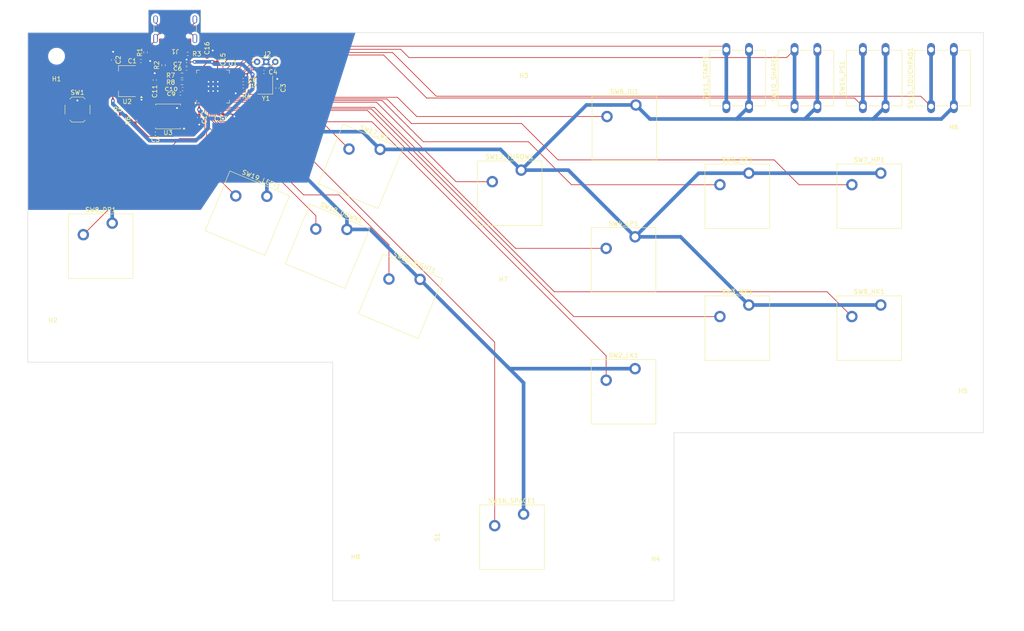
<source format=kicad_pcb>
(kicad_pcb (version 20240108) (generator "pcbnew") (generator_version "8.0")
  (layers (0 "F.Cu" signal) (31 "B.Cu" signal) (34 "B.Paste" user) (35 "F.Paste" user) (36 "B.SilkS" user "B.Silkscreen") (37 "F.SilkS" user "F.Silkscreen") (38 "B.Mask" user) (39 "F.Mask" user) (44 "Edge.Cuts" user))
  (net 0 "")
  (net 1 "VBUS")
  (net 2 "GND")
  (net 3 "+3.3V")
  (net 4 "Net-(C4-Pad2)")
  (net 5 "Net-(J1-SHIELD)")
  (net 6 "Net-(J1-CC2)")
  (net 7 "Net-(J1-CC1)")
  (net 8 "B1")
  (net 15 "+1V1")
  (net 16 "Net-(R5-Pad1)")
  (net 17 "Net-(U1-USB_DM)")
  (net 18 "Net-(U1-USB_DP)")
  (net 19 "/Main/XIN")
  (net 20 "/Main/XOUT")
  (net 21 "/Main/QSPI_SS")
  (net 22 "/Main/D-")
  (net 23 "/Main/D+")
  (net 24 "B2")
  (net 25 "DOWN")
  (net 26 "RIGHT")
  (net 27 "LEFT")
  (net 28 "B3")
  (net 29 "B4")
  (net 30 "L1")
  (net 31 "L2")
  (net 32 "R1")
  (net 33 "R2")
  (net 34 "S1")
  (net 35 "S2")
  (net 36 "/Main/SWCLK")
  (net 37 "/Main/SWDIO")
  (net 38 "L3")
  (net 39 "A1")
  (net 40 "A2")
  (net 41 "SPACE")
  (net 42 "/Main/QSPI_SD3")
  (net 43 "/Main/QSPI_SCLK")
  (net 44 "/Main/QSPI_SD0")
  (net 45 "/Main/QSPI_SD2")
  (net 46 "/Main/QSPI_SD1")
  (net 47 "W")
  (footprint "Capacitor_SMD:C_0402_1005Metric" (layer "F.Cu") (at 68.841 31.252)
    (property "Reference" "C1")
    (property "Value" "10u")
  )
  (footprint "PCM_Switch_Keyboard_Cherry_MX:SW_Cherry_MX_PCB" (layer "F.Cu") (at 228.903943 90)
    (property "Reference" "SW9_HK1")
    (property "Value" "SW_Push")
  )
  (footprint "" (layer "F.Cu") (at 83.7 36.84)
    (property "Reference" "")
    (property "Value" "")
  )
  (footprint "Crystal:Crystal_SMD_3225-4Pin_3.2x2.5mm" (layer "F.Cu") (at 96.146 36.53 90)
    (property "Reference" "Y1")
    (property "Value" "12 mhz crystal")
  )
  (footprint "Capacitor_SMD:C_0402_1005Metric" (layer "F.Cu") (at 77.49875 38.43 180)
    (property "Reference" "C9")
    (property "Value" "100n")
  )
  (footprint "" (layer "F.Cu") (at 85.732 36.84)
    (property "Reference" "")
    (property "Value" "")
  )
  (footprint "Capacitor_SMD:C_0402_1005Metric" (layer "F.Cu") (at 78.88 31.93 180)
    (property "Reference" "C7")
    (property "Value" "1u")
  )
  (footprint "Button_Switch_THT:SW_SPST_Omron_B3F-40xx" (layer "F.Cu") (at 197.5 41.25 90)
    (property "Reference" "SW11_START1")
    (property "Value" "SW_Push")
  )
  (footprint "Capacitor_SMD:C_0402_1005Metric" (layer "F.Cu") (at 91.32 35.43)
    (property "Reference" "C8")
    (property "Value" "100n")
  )
  (footprint "Button_Switch_SMD:SW_SPST_TL3342" (layer "F.Cu") (at 54.905 41.93)
    (property "Reference" "SW1")
    (property "Value" "Memory Reset")
  )
  (footprint "MountingHole:MountingHole_3.2mm_M3" (layer "F.Cu") (at 247.5 50)
    (property "Reference" "H6")
    (property "Value" "MountingHole")
  )
  (footprint "" (layer "F.Cu") (at 85.732 35.824)
    (property "Reference" "")
    (property "Value" "")
  )
  (footprint "" (layer "F.Cu") (at 85.732 37.856)
    (property "Reference" "")
    (property "Value" "")
  )
  (footprint "Resistor_SMD:R_0402_1005Metric" (layer "F.Cu") (at 92.08 37.856 180)
    (property "Reference" "R4")
    (property "Value" "1K")
  )
  (footprint "Capacitor_SMD:C_0402_1005Metric" (layer "F.Cu") (at 85.63 30.91 90)
    (property "Reference" "C15")
    (property "Value" "100n")
  )
  (footprint "Resistor_SMD:R_0402_1005Metric" (layer "F.Cu") (at 63.761 42.936)
    (property "Reference" "R5")
    (property "Value" "1K")
  )
  (footprint "Resistor_SMD:R_0402_1005Metric" (layer "F.Cu") (at 73.822 32.178 -90)
    (property "Reference" "R2")
    (property "Value" "5.1K")
  )
  (footprint "PCM_Switch_Keyboard_Cherry_MX:SW_Cherry_MX_PCB_1.00u" (layer "F.Cu") (at 125.903943 83 -22.5)
    (property "Reference" "SW20_RIGHT1")
    (property "Value" "SW_Push")
  )
  (footprint "PCM_Switch_Keyboard_Cherry_MX:SW_Cherry_MX_PCB_1.00u" (layer "F.Cu") (at 109.834772 72.014362 -22.5)
    (property "Reference" "SW18_DOWN1")
    (property "Value" "SW_Push")
  )
  (footprint "MountingHole:MountingHole_3.2mm_M3" (layer "F.Cu") (at 182 145)
    (property "Reference" "H4")
    (property "Value" "MountingHole")
  )
  (footprint "Package_TO_SOT_SMD:SOT-223-3_TabPin2" (layer "F.Cu") (at 65.822 35.678 180)
    (property "Reference" "U2")
    (property "Value" "AMS1117-3.3_SOT223")
  )
  (footprint "Leverless_Controller_Library:Debug_Points" (layer "F.Cu") (at 97.68 31.43 180)
    (property "Reference" "J2")
    (property "Value" "Conn_01x03_Socket")
  )
  (footprint "PCM_Switch_Keyboard_Cherry_MX:SW_Cherry_MX_PCB_1.00u" (layer "F.Cu") (at 117.124891 54.414457 -22.5)
    (property "Reference" "SW17_W1")
    (property "Value" "SW_Push")
  )
  (footprint "Capacitor_SMD:C_0402_1005Metric" (layer "F.Cu") (at 83.38 30.93 90)
    (property "Reference" "C16")
    (property "Value" "100n")
  )
  (footprint "PCM_Switch_Keyboard_Cherry_MX:SW_Cherry_MX_PCB" (layer "F.Cu") (at 199.903943 90)
    (property "Reference" "SW3_MK1")
    (property "Value" "SW_Push")
  )
  (footprint "MountingHole:MountingHole_3.2mm_M3" (layer "F.Cu") (at 50.3 30.2)
    (property "Reference" "H1")
    (property "Value" "MountingHole")
  )
  (footprint "Capacitor_SMD:C_0402_1005Metric" (layer "F.Cu") (at 77.99875 37.43 180)
    (property "Reference" "C10")
    (property "Value" "100n")
  )
  (footprint "Capacitor_SMD:C_0402_1005Metric" (layer "F.Cu") (at 62.745 30.998 90)
    (property "Reference" "C2")
    (property "Value" "10u")
  )
  (footprint "Capacitor_SMD:C_0402_1005Metric" (layer "F.Cu") (at 78.88 32.93 180)
    (property "Reference" "C6")
    (property "Value" "1u")
  )
  (footprint "Capacitor_SMD:C_0402_1005Metric" (layer "F.Cu") (at 81.63 43.68 -90)
    (property "Reference" "C12")
    (property "Value" "100n")
  )
  (footprint "MountingHole:MountingHole_3.2mm_M3" (layer "F.Cu") (at 49.5 92.5)
    (property "Reference" "H2")
    (property "Value" "MountingHole")
  )
  (footprint "PCM_Switch_Keyboard_Cherry_MX:SW_Cherry_MX_PCB" (layer "F.Cu") (at 174.903943 104)
    (property "Reference" "SW2_LK1")
    (property "Value" "SW_Push")
  )
  (footprint "PCM_Switch_Keyboard_Cherry_MX:SW_Cherry_MX_PCB" (layer "F.Cu") (at 60 71.991696)
    (property "Reference" "SW8_DP1")
    (property "Value" "SW_Push")
  )
  (footprint "PCM_Switch_Keyboard_Cherry_MX:SW_Cherry_MX_PCB" (layer "F.Cu") (at 149.88 60.33)
    (property "Reference" "SW12_THROW1")
    (property "Value" "SW_Push")
  )
  (footprint "Capacitor_SMD:C_0402_1005Metric" (layer "F.Cu") (at 98.852 37.208 -90)
    (property "Reference" "C3")
    (property "Value" "15p")
  )
  (footprint "" (layer "F.Cu") (at 84.716 37.856)
    (property "Reference" "")
    (property "Value" "")
  )
  (footprint "Resistor_SMD:R_0603_1608Metric" (layer "F.Cu") (at 77.88 34.43)
    (property "Reference" "R7")
    (property "Value" "27")
  )
  (footprint "" (layer "F.Cu") (at 84.716 35.824)
    (property "Reference" "")
    (property "Value" "")
  )
  (footprint "MountingHole:MountingHole_3.2mm_M3" (layer "F.Cu") (at 148.5 34.5)
    (property "Reference" "H3")
    (property "Value" "MountingHole")
  )
  (footprint "Resistor_SMD:R_0402_1005Metric_Pad0.72x0.64mm_HandSolder" (layer "F.Cu") (at 67.571 44.333 -90)
    (property "Reference" "R6")
    (property "Value" "DNF")
  )
  (footprint "" (layer "F.Cu") (at 84.716 36.84)
    (property "Reference" "")
    (property "Value" "")
  )
  (footprint "Capacitor_SMD:C_0402_1005Metric" (layer "F.Cu") (at 72.016 47.254)
    (property "Reference" "C5")
    (property "Value" "100n")
  )
  (footprint "MountingHole:MountingHole_3.2mm_M3" (layer "F.Cu") (at 116 144.5)
    (property "Reference" "H8")
    (property "Value" "MountingHole")
  )
  (footprint "Capacitor_SMD:C_0402_1005Metric" (layer "F.Cu") (at 86.38 42.93)
    (property "Reference" "C13")
    (property "Value" "100n")
  )
  (footprint "Package_DFN_QFN:QFN-56-1EP_7x7mm_P0.4mm_EP3.2x3.2mm" (layer "F.Cu") (at 84.678 36.878 90)
    (property "Reference" "U1")
    (property "Value" "RP2040")
  )
  (footprint "Leverless_Controller_Library:USB_C_Receptacle_C6332272" (layer "F.Cu") (at 76.38 23.68 180)
    (property "Reference" "J1")
    (property "Value" "USB_C_Receptacle_USB2.0_14P")
  )
  (footprint "Capacitor_SMD:C_0402_1005Metric" (layer "F.Cu") (at 91.32 36.84)
    (property "Reference" "C14")
    (property "Value" "100n")
  )
  (footprint "PCM_Switch_Keyboard_Cherry_MX:SW_Cherry_MX_PCB" (layer "F.Cu") (at 199.903943 61)
    (property "Reference" "SW5_MP1")
    (property "Value" "SW_Push")
  )
  (footprint "PCM_Switch_Keyboard_Cherry_MX:SW_Cherry_MX_PCB" (layer "F.Cu") (at 175.084257 46.000561)
    (property "Reference" "SW6_DI1")
    (property "Value" "SW_Push")
  )
  (footprint "PCM_Mounting_Keyboard_Stabilizer:Stabilizer_Cherry_MX_2.00u" (layer "F.Cu") (at 150.404094 135.985876)
    (property "Reference" "S1")
    (property "Value" "~")
  )
  (footprint "Resistor_SMD:R_0402_1005Metric" (layer "F.Cu") (at 79.13 29.68)
    (property "Reference" "R3")
    (property "Value" "5.1K")
  )
  (footprint "PCM_Switch_Keyboard_Cherry_MX:SW_Cherry_MX_PCB_1.00u" (layer "F.Cu") (at 92.234867 64.724243 -22.5)
    (property "Reference" "SW19_LEFT1")
    (property "Value" "SW_Push")
  )
  (footprint "Resistor_SMD:R_0603_1608Metric" (layer "F.Cu") (at 77.88 35.93)
    (property "Reference" "R8")
    (property "Value" "27")
  )
  (footprint "PCM_Switch_Keyboard_Cherry_MX:SW_Cherry_MX_PCB" (layer "F.Cu") (at 174.903943 75)
    (property "Reference" "SW4_LP1")
    (property "Value" "SW_Push")
  )
  (footprint "Package_SO:SOIC-8_5.23x5.23mm_P1.27mm" (layer "F.Cu") (at 74.81 43.444 180)
    (property "Reference" "U3")
    (property "Value" "W25Q128JVSIQ")
  )
  (footprint "PCM_Switch_Keyboard_Cherry_MX:SW_Cherry_MX_PCB" (layer "F.Cu") (at 228.903943 61)
    (property "Reference" "SW7_HP1")
    (property "Value" "SW_Push")
  )
  (footprint "MountingHole:MountingHole_3.2mm_M3" (layer "F.Cu") (at 249.5 108)
    (property "Reference" "H5")
    (property "Value" "MountingHole")
  )
  (footprint "PCM_Switch_Keyboard_Cherry_MX:SW_Cherry_MX_PCB" (layer "F.Cu") (at 150.404094 135.985876)
    (property "Reference" "SW16_SPACE1")
    (property "Value" "SW_Push")
  )
  (footprint "MountingHole:MountingHole_3.2mm_M3" (layer "F.Cu") (at 148.5 83.5)
    (property "Reference" "H7")
    (property "Value" "MountingHole")
  )
  (footprint "Button_Switch_THT:SW_SPST_Omron_B3F-40xx" (layer "F.Cu") (at 212.5 41.25 90)
    (property "Reference" "SW10_SHARE1")
    (property "Value" "SW_Push")
  )
  (footprint "" (layer "F.Cu") (at 83.7 37.856)
    (property "Reference" "")
    (property "Value" "")
  )
  (footprint "Capacitor_SMD:C_0402_1005Metric" (layer "F.Cu") (at 71.88 35.43 90)
    (property "Reference" "C11")
    (property "Value" "100n")
  )
  (footprint "" (layer "F.Cu") (at 83.7 35.824)
    (property "Reference" "")
    (property "Value" "")
  )
  (footprint "Capacitor_SMD:C_0402_1005Metric" (layer "F.Cu") (at 95.88 33.68 180)
    (property "Reference" "C4")
    (property "Value" "15p")
  )
  (footprint "Button_Switch_THT:SW_SPST_Omron_B3F-40xx" (layer "F.Cu") (at 242.5 41.25 90)
    (property "Reference" "SW15_TOUCHPAD1")
    (property "Value" "SW_Push")
  )
  (footprint "Resistor_SMD:R_0402_1005Metric" (layer "F.Cu") (at 69.857 29.347 -90)
    (property "Reference" "R1")
    (property "Value" "1M")
  )
  (footprint "Button_Switch_THT:SW_SPST_Omron_B3F-40xx" (layer "F.Cu") (at 227.5 41.25 90)
    (property "Reference" "SW14_PS1")
    (property "Value" "SW_Push")
  )
  (gr_line (start 254 25) (end 254 113) (stroke (width 0.1)) (layer "Edge.Cuts"))
  (gr_line (start 254 113) (end 186 113) (stroke (width 0.1)) (layer "Edge.Cuts"))
  (gr_line (start 44 97.5) (end 111 97.5) (stroke (width 0.1)) (layer "Edge.Cuts"))
  (gr_line (start 111 149.985876) (end 186.000151 149.985876) (stroke (width 0.1)) (layer "Edge.Cuts"))
  (gr_line (start 82 25) (end 82 20) (stroke (width 0.1)) (layer "Edge.Cuts"))
  (gr_line (start 82 20) (end 70.5 20) (stroke (width 0.1)) (layer "Edge.Cuts"))
  (gr_line (start 139.5 25) (end 82 25) (stroke (width 0.1)) (layer "Edge.Cuts"))
  (gr_line (start 70.5 20) (end 70.5 25) (stroke (width 0.1)) (layer "Edge.Cuts"))
  (gr_line (start 186.000151 149.985876) (end 186 113) (stroke (width 0.1)) (layer "Edge.Cuts"))
  (gr_line (start 254 25) (end 139.5 25) (stroke (width 0.1)) (layer "Edge.Cuts"))
  (gr_line (start 111 97.5) (end 111 149.985876) (stroke (width 0.1)) (layer "Edge.Cuts"))
  (gr_line (start 70.5 25) (end 44 25) (stroke (width 0.1)) (layer "Edge.Cuts"))
  (gr_line (start 44 25) (end 44 97.5) (stroke (width 0.1)) (layer "Edge.Cuts"))
  (segment (start 68.361 32.767) (end 68.972 33.378) (width 0.2) (layer "F.Cu") (net 1))
  (segment (start 68.361 31.252) (end 68.361 32.767) (width 0.2) (layer "F.Cu") (net 1))
  (segment (start 78.36241 25.985) (end 78.35375 25.985) (width 0.2) (layer "F.Cu") (net 1))
  (segment (start 73.98 26.39875) (end 73.98 26.86) (width 0.2) (layer "F.Cu") (net 1))
  (segment (start 69.302 33.048) (end 68.972 33.378) (width 0.2) (layer "F.Cu") (net 1))
  (segment (start 70.172 33.378) (end 73.98 29.57) (width 0.2) (layer "F.Cu") (net 1))
  (segment (start 78.78 26.40259) (end 78.36241 25.985) (width 0.2) (layer "F.Cu") (net 1))
  (segment (start 78.78 26.86) (end 78.78 26.40259) (width 0.2) (layer "F.Cu") (net 1))
  (segment (start 68.972 33.378) (end 70.172 33.378) (width 0.2) (layer "F.Cu") (net 1))
  (segment (start 78.35375 25.985) (end 77.89875 25.53) (width 0.2) (layer "F.Cu") (net 1))
  (segment (start 73.98 29.57) (end 73.98 27.4) (width 0.2) (layer "F.Cu") (net 1))
  (segment (start 77.89875 25.53) (end 74.84875 25.53) (width 0.2) (layer "F.Cu") (net 1))
  (segment (start 74.84875 25.53) (end 73.98 26.39875) (width 0.2) (layer "F.Cu") (net 1))
  (segment (start 78.4 31.93) (end 78.4 31.41) (width 0.2) (layer "F.Cu") (net 2))
  (segment (start 79.58 27.4) (end 79.58 29.37) (width 0.2) (layer "F.Cu") (net 2))
  (segment (start 91.8 36.84) (end 92.079999 36.84) (width 0.2) (layer "F.Cu") (net 2))
  (segment (start 81.668 44.198) (end 81.63 44.16) (width 0.2) (layer "F.Cu") (net 2))
  (segment (start 95.296 37.63) (end 95.296 37.53) (width 0.2) (layer "F.Cu") (net 2))
  (segment (start 84.63 28.93) (end 83.38 30.18) (width 0.2) (layer "F.Cu") (net 2))
  (segment (start 68.968 39.761) (end 68.968 37.982) (width 0.2) (layer "F.Cu") (net 2))
  (segment (start 86.86 42.93) (end 88.88 42.93) (width 0.2) (layer "F.Cu") (net 2))
  (segment (start 95.296 37.53) (end 96.996 35.83) (width 0.2) (layer "F.Cu") (net 2))
  (segment (start 70.873 30.873) (end 69.857 29.857) (width 0.2) (layer "F.Cu") (net 2))
  (segment (start 91.8 34.51) (end 91.88 34.43) (width 0.2) (layer "F.Cu") (net 2))
  (segment (start 95.296 37.63) (end 95.296 37.73) (width 0.2) (layer "F.Cu") (net 2))
  (segment (start 71.88 33.93) (end 71.88 34.95) (width 0.2) (layer "F.Cu") (net 2))
  (segment (start 69.02 37.93) (end 68.972 37.978) (width 0.2) (layer "F.Cu") (net 2))
  (segment (start 98.852 35.228) (end 98.813 35.189) (width 0.2) (layer "F.Cu") (net 2))
  (segment (start 68.968 37.982) (end 68.972 37.978) (width 0.2) (layer "F.Cu") (net 2))
  (segment (start 88.1155 37.878) (end 89.183 37.878) (width 0.2) (layer "F.Cu") (net 2))
  (segment (start 79.64 29.68) (end 79.64 30.17) (width 0.2) (layer "F.Cu") (net 2))
  (segment (start 94.007975 33.188) (end 93.122 33.188) (width 0.2) (layer "F.Cu") (net 2))
  (segment (start 76.7785 41.6025) (end 76.842 41.539) (width 0.2) (layer "F.Cu") (net 2))
  (segment (start 85.63 30.43) (end 85.63 29.93) (width 0.2) (layer "F.Cu") (net 2))
  (segment (start 54.88 39.93) (end 55.005 40.055) (width 0.15) (layer "F.Cu") (net 2))
  (segment (start 91.8 35.43) (end 91.8 34.51) (width 0.2) (layer "F.Cu") (net 2))
  (segment (start 97.304 33.68) (end 96.36 33.68) (width 0.2) (layer "F.Cu") (net 2))
  (segment (start 89.183 37.878) (end 89.669 38.364) (width 0.2) (layer "F.Cu") (net 2))
  (segment (start 78.4 31.41) (end 78.88 30.93) (width 0.2) (layer "F.Cu") (net 2))
  (segment (start 75.88 37.43) (end 75.38 37.93) (width 0.2) (layer "F.Cu") (net 2))
  (segment (start 62.905 30.678) (end 62.745 30.518) (width 0.2) (layer "F.Cu") (net 2))
  (segment (start 84.64 36.84) (end 84.678 36.878) (width 0.8) (layer "F.Cu") (net 2))
  (segment (start 79.64 30.17) (end 78.88 30.93) (width 0.2) (layer "F.Cu") (net 2))
  (segment (start 92.079999 36.84) (end 94.38 34.539999) (width 0.2) (layer "F.Cu") (net 2))
  (segment (start 77.51875 37.43) (end 75.88 37.43) (width 0.2) (layer "F.Cu") (net 2))
  (segment (start 70.873 31.252) (end 70.873 30.873) (width 0.2) (layer "F.Cu") (net 2))
  (segment (start 78.4 32.93) (end 78.4 31.93) (width 0.2) (layer "F.Cu") (net 2))
  (segment (start 71.88 33.93) (end 73.122 32.688) (width 0.2) (layer "F.Cu") (net 2))
  (segment (start 62.745 29.22) (end 62.745 30.518) (width 0.2) (layer "F.Cu") (net 2))
  (segment (start 97.237 35.189) (end 96.996 35.43) (width 0.2) (layer "F.Cu") (net 2))
  (segment (start 54.755 40.055) (end 54.88 39.93) (width 0.15) (layer "F.Cu") (net 2))
  (segment (start 75.88 38.43) (end 75.38 37.93) (width 0.2) (layer "F.Cu") (net 2))
  (segment (start 98.852 36.728) (end 98.852 35.228) (width 0.2) (layer "F.Cu") (net 2))
  (segment (start 75.38 37.93) (end 69.02 37.93) (width 0.2) (layer "F.Cu") (net 2))
  (segment (start 88.88 42.93) (end 89.38 43.43) (width 0.2) (layer "F.Cu") (net 2))
  (segment (start 77.01875 38.43) (end 75.88 38.43) (width 0.2) (layer "F.Cu") (net 2))
  (segment (start 96.996 35.83) (end 96.996 35.43) (width 0.2) (layer "F.Cu") (net 2))
  (segment (start 81.668 45.222) (end 81.668 44.198) (width 0.2) (layer "F.Cu") (net 2))
  (segment (start 94.38 33.560025) (end 94.007975 33.188) (width 0.2) (layer "F.Cu") (net 2))
  (segment (start 83.38 30.18) (end 83.38 30.45) (width 0.2) (layer "F.Cu") (net 2))
  (segment (start 51.905 40.055) (end 54.755 40.055) (width 0.15) (layer "F.Cu") (net 2))
  (segment (start 73.18 28.945) (end 73.18 27.4) (width 0.2) (layer "F.Cu") (net 2))
  (segment (start 70.873 31.252) (end 69.321 31.252) (width 0.2) (layer "F.Cu") (net 2))
  (segment (start 98.813 35.189) (end 97.237 35.189) (width 0.2) (layer "F.Cu") (net 2))
  (segment (start 94.38 34.539999) (end 94.38 33.560025) (width 0.2) (layer "F.Cu") (net 2))
  (segment (start 55.005 40.055) (end 57.905 40.055) (width 0.15) (layer "F.Cu") (net 2))
  (segment (start 76.7785 41.6025) (end 72.496 45.885) (width 0.2) (layer "F.Cu") (net 2))
  (segment (start 93.122 33.188) (end 91.88 34.43) (width 0.2) (layer "F.Cu") (net 2))
  (segment (start 70.873 31.252) (end 73.18 28.945) (width 0.2) (layer "F.Cu") (net 2))
  (segment (start 84.716 36.84) (end 84.64 36.84) (width 0.8) (layer "F.Cu") (net 2))
  (segment (start 85.63 29.93) (end 84.63 28.93) (width 0.2) (layer "F.Cu") (net 2))
  (segment (start 72.496 45.885) (end 72.496 47.254) (width 0.2) (layer "F.Cu") (net 2))
  (segment (start 76.842 41.539) (end 78.41 41.539) (width 0.2) (layer "F.Cu") (net 2))
  (segment (start 98.813 35.189) (end 97.304 33.68) (width 0.2) (layer "F.Cu") (net 2))
  (segment (start 79.58 29.37) (end 79.64 29.43) (width 0.2) (layer "F.Cu") (net 2))
  (segment (start 73.122 32.688) (end 73.822 32.688) (width 0.2) (layer "F.Cu") (net 2))
  (segment (start 84.716 36.916) (end 84.716 36.84) (width 0.8) (layer "F.Cu") (net 2))
  (via (at 89.38 43.43) (size 0.8) (drill 0.4) (layers "F.Cu" "B.Cu") (net 2))
  (via (at 84.63 28.93) (size 0.8) (drill 0.4) (layers "F.Cu" "B.Cu") (net 2))
  (via (at 76.7785 41.6025) (size 0.8) (drill 0.4) (layers "F.Cu" "B.Cu") (net 2))
  (via (at 71.88 33.93) (size 0.8) (drill 0.4) (layers "F.Cu" "B.Cu") (net 2))
  (via (at 81.668 45.222) (size 0.8) (drill 0.4) (layers "F.Cu" "B.Cu") (net 2))
  (via (at 70.873 31.252) (size 0.8) (drill 0.4) (layers "F.Cu" "B.Cu") (net 2))
  (via (at 89.669 38.364) (size 0.8) (drill 0.4) (layers "F.Cu" "B.Cu") (net 2))
  (via (at 91.88 34.43) (size 0.8) (drill 0.4) (layers "F.Cu" "B.Cu") (net 2))
  (via (at 62.745 29.22) (size 0.8) (drill 0.4) (layers "F.Cu" "B.Cu") (net 2))
  (via (at 54.88 39.93) (size 0.8) (drill 0.4) (layers "F.Cu" "B.Cu") (net 2))
  (via (at 78.88 30.93) (size 0.8) (drill 0.4) (layers "F.Cu" "B.Cu") (net 2))
  (via (at 68.968 39.761) (size 0.8) (drill 0.4) (layers "F.Cu" "B.Cu") (net 2))
  (via (at 98.813 35.189) (size 0.8) (drill 0.4) (layers "F.Cu" "B.Cu") (net 2))
  (segment (start 149.835922 98.92) (end 149.207961 98.292039) (width 0.8) (layer "B.Cu") (net 2))
  (segment (start 166.749439 40.920561) (end 152.42 55.25) (width 0.8) (layer "B.Cu") (net 2))
  (segment (start 178 98.363943) (end 177.443943 98.92) (width 0.8) (layer "B.Cu") (net 2))
  (segment (start 217.5 28.75) (end 217.5 41.25) (width 0.8) (layer "B.Cu") (net 2))
  (segment (start 152.944094 102.028173) (end 152.944094 130.905876) (width 0.8) (layer "B.Cu") (net 2))
  (segment (start 177.443943 98.92) (end 149.835922 98.92) (width 0.8) (layer "B.Cu") (net 2))
  (segment (start 244.75 44) (end 229.75 44) (width 0.8) (layer "B.Cu") (net 2))
  (segment (start 230.45 43.3) (end 229.75 44) (width 0.8) (layer "B.Cu") (net 2))
  (segment (start 119.208991 68.29307) (end 114.125458 68.29307) (width 0.8) (layer "B.Cu") (net 2))
  (segment (start 114.125458 68.29307) (end 114.125458 65.875458) (width 0.8) (layer "B.Cu") (net 2))
  (segment (start 180.703696 44) (end 177.624257 40.920561) (width 0.8) (layer "B.Cu") (net 2))
  (segment (start 147.863165 50.693165) (end 152.42 55.25) (width 0.8) (layer "B.Cu") (net 2))
  (segment (start 130.194629 79.278708) (end 119.208991 68.29307) (width 0.8) (layer "B.Cu") (net 2))
  (segment (start 62.54 66.911696) (end 62.54 63.21) (width 0.8) (layer "B.Cu") (net 2))
  (segment (start 229.75 44) (end 214.75 44) (width 0.8) (layer "B.Cu") (net 2))
  (segment (start 149.207961 98.292039) (end 152.944094 102.028173) (width 0.8) (layer "B.Cu") (net 2))
  (segment (start 162.773943 55.25) (end 177.443943 69.92) (width 0.8) (layer "B.Cu") (net 2))
  (segment (start 96.525553 54.224447) (end 96.75 54) (width 0.8) (layer "B.Cu") (net 2))
  (segment (start 177.443943 69.92) (end 187.443943 69.92) (width 0.8) (layer "B.Cu") (net 2))
  (segment (start 232.5 28.75) (end 232.5 41.25) (width 0.8) (layer "B.Cu") (net 2))
  (segment (start 202.5 41.25) (end 202.5 28.75) (width 0.8) (layer "B.Cu") (net 2))
  (segment (start 231.443943 55.92) (end 202.443943 55.92) (width 0.8) (layer "B.Cu") (net 2))
  (segment (start 117.522412 46.8) (end 108.2 46.8) (width 0.8) (layer "B.Cu") (net 2))
  (segment (start 231.443943 84.92) (end 202.443943 84.92) (width 0.8) (layer "B.Cu") (net 2))
  (segment (start 114.125458 65.875458) (end 102.25 54) (width 0.8) (layer "B.Cu") (net 2))
  (segment (start 215.45 43.3) (end 214.75 44) (width 0.8) (layer "B.Cu") (net 2))
  (segment (start 202.5 41.25) (end 200.45 43.3) (width 0.8) (layer "B.Cu") (net 2))
  (segment (start 130.194629 79.278708) (end 149.207961 98.292039) (width 0.8) (layer "B.Cu") (net 2))
  (segment (start 177.443943 69.92) (end 178 70.476057) (width 0.8) (layer "B.Cu") (net 2))
  (segment (start 217.5 41.25) (end 215.45 43.3) (width 0.8) (layer "B.Cu") (net 2))
  (segment (start 62.54 63.21) (end 62.75 63) (width 0.8) (layer "B.Cu") (net 2))
  (segment (start 214.75 44) (end 199.75 44) (width 0.8) (layer "B.Cu") (net 2))
  (segment (start 247.5 41.25) (end 244.75 44) (width 0.8) (layer "B.Cu") (net 2))
  (segment (start 191.443943 55.92) (end 177.443943 69.92) (width 0.8) (layer "B.Cu") (net 2))
  (segment (start 121.415577 50.693165) (end 117.522412 46.8) (width 0.8) (layer "B.Cu") (net 2))
  (segment (start 202.443943 55.92) (end 191.443943 55.92) (width 0.8) (layer "B.Cu") (net 2))
  (segment (start 199.75 44) (end 180.703696 44) (width 0.8) (layer "B.Cu") (net 2))
  (segment (start 96.525553 61.002951) (end 96.525553 54.224447) (width 0.8) (layer "B.Cu") (net 2))
  (segment (start 200.45 43.3) (end 199.75 44) (width 0.8) (layer "B.Cu") (net 2))
  (segment (start 177.624257 40.920561) (end 166.749439 40.920561) (width 0.8) (layer "B.Cu") (net 2))
  (segment (start 187.443943 69.92) (end 202.443943 84.92) (width 0.8) (layer "B.Cu") (net 2))
  (segment (start 232.5 41.25) (end 230.45 43.3) (width 0.8) (layer "B.Cu") (net 2))
  (segment (start 152.42 55.25) (end 162.773943 55.25) (width 0.8) (layer "B.Cu") (net 2))
  (segment (start 177.624257 40.920561) (end 177.603696 40.9) (width 0.8) (layer "B.Cu") (net 2))
  (segment (start 121.415577 50.693165) (end 147.863165 50.693165) (width 0.8) (layer "B.Cu") (net 2))
  (segment (start 247.5 28.75) (end 247.5 41.25) (width 0.8) (layer "B.Cu") (net 2))
  (segment (start 81.63 42.968) (end 81.862 43.2) (width 0.2) (layer "F.Cu") (net 3))
  (segment (start 84.52 31.39) (end 85.63 31.39) (width 0.2) (layer "F.Cu") (net 3))
  (segment (start 87.58164 35.078) (end 88.1155 35.078) (width 0.2) (layer "F.Cu") (net 3))
  (segment (start 91.5 36.18) (end 90.84 36.84) (width 0.2) (layer "F.Cu") (net 3))
  (segment (start 62.672 35.678) (end 68.972 35.678) (width 0.8) (layer "F.Cu") (net 3))
  (segment (start 69.09 35.796) (end 68.972 35.678) (width 0.2) (layer "F.Cu") (net 3))
  (segment (start 62.672 40.015) (end 62.672 35.678) (width 0.2) (layer "F.Cu") (net 3))
  (segment (start 86.91164 34.408) (end 87.58164 35.078) (width 0.2) (layer "F.Cu") (net 3))
  (segment (start 62.564 35.57) (end 62.672 35.678) (width 0.2) (layer "F.Cu") (net 3))
  (segment (start 82.078 32.90664) (end 82.078 33.4405) (width 0.2) (layer "F.Cu") (net 3))
  (segment (start 84.48 31.43) (end 84.52 31.39) (width 0.2) (layer "F.Cu") (net 3))
  (segment (start 90.84 36.84) (end 90.678 36.678) (width 0.2) (layer "F.Cu") (net 3))
  (segment (start 80.63 31.43) (end 79.86 31.43) (width 0.2) (layer "F.Cu") (net 3))
  (segment (start 93.38 34.786134) (end 91.986134 36.18) (width 0.2) (layer "F.Cu") (net 3))
  (segment (start 67.571 43.7355) (end 69.1845 45.349) (width 0.2) (layer "F.Cu") (net 3))
  (segment (start 77.86875 36.82) (end 72.79 36.82) (width 0.2) (layer "F.Cu") (net 3))
  (segment (start 81.2405 36.278) (end 80.14 36.278) (width 0.2) (layer "F.Cu") (net 3))
  (segment (start 83.36 31.43) (end 83.36 31.62464) (width 0.2) (layer "F.Cu") (net 3))
  (segment (start 81.63 41.93) (end 81.63 42.968) (width 0.2) (layer "F.Cu") (net 3))
  (segment (start 81.2405 34.678) (end 81.2405 34.278) (width 0.2) (layer "F.Cu") (net 3))
  (segment (start 69.1845 45.349) (end 71.21 45.349) (width 0.2) (layer "F.Cu") (net 3))
  (segment (start 67.571 43.7355) (end 67.571 41.477) (width 0.2) (layer "F.Cu") (net 3))
  (segment (start 85.678 33.4405) (end 85.678 33.97436) (width 0.2) (layer "F.Cu") (net 3))
  (segment (start 69.204 35.91) (end 68.972 35.678) (width 0.3) (layer "F.Cu") (net 3))
  (segment (start 80.14 36.278) (end 79.74 36.678) (width 0.2) (layer "F.Cu") (net 3))
  (segment (start 78.988 37.43) (end 79.74 36.678) (width 0.2) (layer "F.Cu") (net 3))
  (segment (start 69.33 35.678) (end 68.972 35.678) (width 0.2) (layer "F.Cu") (net 3))
  (segment (start 71.536 45.675) (end 71.536 47.254) (width 0.2) (layer "F.Cu") (net 3))
  (segment (start 71.21 45.349) (end 71.536 45.675) (width 0.2) (layer "F.Cu") (net 3))
  (segment (start 93.38 34.18) (end 93.38 34.786134) (width 0.2) (layer "F.Cu") (net 3))
  (segment (start 79.74 36.678) (end 81.2405 36.678) (width 0.2) (layer "F.Cu") (net 3))
  (segment (start 81.2405 34.678) (end 81.2405 33.8105) (width 0.2) (layer "F.Cu") (net 3))
  (segment (start 79.86 31.43) (end 79.36 31.93) (width 0.2) (layer "F.Cu") (net 3))
  (segment (start 81.63 41.93) (end 81.63 40.7635) (width 0.2) (layer "F.Cu") (net 3))
  (segment (start 85.678 31.438) (end 85.678 33.4405) (width 0.2) (layer "F.Cu") (net 3))
  (segment (start 62.672 35.678) (end 62.672 31.551) (width 0.2) (layer "F.Cu") (net 3))
  (segment (start 86.11164 34.408) (end 86.91164 34.408) (width 0.2) (layer "F.Cu") (net 3))
  (segment (start 72.79 36.82) (end 71.88 35.91) (width 0.2) (layer "F.Cu") (net 3))
  (segment (start 62.672 31.551) (end 62.745 31.478) (width 0.2) (layer "F.Cu") (net 3))
  (segment (start 86.88 43.91) (end 85.9 42.93) (width 0.2) (layer "F.Cu") (net 3))
  (segment (start 67.571 41.477) (end 62.672 36.578) (width 0.2) (layer "F.Cu") (net 3))
  (segment (start 86.88 43.93) (end 86.88 43.91) (width 0.2) (layer "F.Cu") (net 3))
  (segment (start 83.36 31.62464) (end 82.078 32.90664) (width 0.2) (layer "F.Cu") (net 3))
  (segment (start 85.678 42.026) (end 85.678 40.3155) (width 0.2) (layer "F.Cu") (net 3))
  (segment (start 78.47875 37.43) (end 77.86875 36.82) (width 0.2) (layer "F.Cu") (net 3))
  (segment (start 91.986134 36.18) (end 91.5 36.18) (width 0.2) (layer "F.Cu") (net 3))
  (segment (start 85.678 33.97436) (end 86.11164 34.408) (width 0.2) (layer "F.Cu") (net 3))
  (segment (start 85.63 31.39) (end 85.678 31.438) (width 0.2) (layer "F.Cu") (net 3))
  (segment (start 78.988 37.43) (end 78.47875 37.43) (width 0.2) (layer "F.Cu") (net 3))
  (segment (start 71.88 35.91) (end 69.204 35.91) (width 0.3) (layer "F.Cu") (net 3))
  (segment (start 81.2405 33.8105) (end 79.36 31.93) (width 0.2) (layer "F.Cu") (net 3))
  (segment (start 85.9 42.93) (end 85.9 42.248) (width 0.2) (layer "F.Cu") (net 3))
  (segment (start 62.672 36.578) (end 62.672 35.678) (width 0.2) (layer "F.Cu") (net 3))
  (segment (start 81.63 40.7635) (end 82.078 40.3155) (width 0.2) (layer "F.Cu") (net 3))
  (segment (start 90.678 36.678) (end 88.1155 36.678) (width 0.2) (layer "F.Cu") (net 3))
  (segment (start 85.9 42.248) (end 85.678 42.026) (width 0.2) (layer "F.Cu") (net 3))
  (segment (start 84.48 31.43) (end 83.36 31.43) (width 0.2) (layer "F.Cu") (net 3))
  (via (at 62.672 40.015) (size 0.8) (drill 0.4) (layers "F.Cu" "B.Cu") (net 3))
  (via (at 84.48 31.43) (size 0.8) (drill 0.4) (layers "F.Cu" "B.Cu") (net 3))
  (via (at 81.63 41.93) (size 0.8) (drill 0.4) (layers "F.Cu" "B.Cu") (net 3))
  (via (at 93.38 34.18) (size 0.8) (drill 0.4) (layers "F.Cu" "B.Cu") (net 3))
  (via (at 80.63 31.43) (size 0.8) (drill 0.4) (layers "F.Cu" "B.Cu") (net 3))
  (via (at 86.88 43.93) (size 0.8) (drill 0.4) (layers "F.Cu" "B.Cu") (net 3))
  (segment (start 93.38 37.43) (end 86.88 43.93) (width 0.8) (layer "B.Cu") (net 3))
  (segment (start 93.38 34.18) (end 93.38 37.43) (width 0.8) (layer "B.Cu") (net 3))
  (segment (start 83.63 46.054) (end 83.63 43.93) (width 0.8) (layer "B.Cu") (net 3))
  (segment (start 84.98 31.93) (end 91.13 31.93) (width 0.8) (layer "B.Cu") (net 3))
  (segment (start 86.88 43.93) (end 83.63 43.93) (width 0.8) (layer "B.Cu") (net 3))
  (segment (start 91.13 31.93) (end 93.38 34.18) (width 0.8) (layer "B.Cu") (net 3))
  (segment (start 80.906 48.778) (end 83.63 46.054) (width 0.8) (layer "B.Cu") (net 3))
  (segment (start 62.672 40.704) (end 70.746 48.778) (width 0.8) (layer "B.Cu") (net 3))
  (segment (start 84.48 31.43) (end 80.63 31.43) (width 0.8) (layer "B.Cu") (net 3))
  (segment (start 83.63 43.93) (end 81.63 41.93) (width 0.8) (layer "B.Cu") (net 3))
  (segment (start 70.746 48.778) (end 80.906 48.778) (width 0.8) (layer "B.Cu") (net 3))
  (segment (start 84.48 31.43) (end 84.98 31.93) (width 0.8) (layer "B.Cu") (net 3))
  (segment (start 62.672 40.015) (end 62.672 40.704) (width 0.8) (layer "B.Cu") (net 3))
  (segment (start 92.87 37.856) (end 92.59 37.856) (width 0.15) (layer "F.Cu") (net 4))
  (segment (start 95.296 35.43) (end 92.87 37.856) (width 0.15) (layer "F.Cu") (net 4))
  (segment (start 95.4 35.326) (end 95.296 35.43) (width 0.15) (layer "F.Cu") (net 4))
  (segment (start 95.4 33.93) (end 95.4 35.326) (width 0.15) (layer "F.Cu") (net 4))
  (segment (start 80.7 26.28) (end 80.7 26.03) (width 0.2) (layer "F.Cu") (net 5))
  (segment (start 72.06 22.83) (end 73.66 24.43) (width 0.2) (layer "F.Cu") (net 5))
  (segment (start 72.06 22.1) (end 72.06 22.83) (width 0.2) (layer "F.Cu") (net 5))
  (segment (start 79.1 24.43) (end 73.66 24.43) (width 0.2) (layer "F.Cu") (net 5))
  (segment (start 72.06 26.03) (end 72.06 26.28) (width 0.2) (layer "F.Cu") (net 5))
  (segment (start 69.857 28.837) (end 69.918 28.837) (width 0.2) (layer "F.Cu") (net 5))
  (segment (start 80.7 22.1) (end 80.7 22.83) (width 0.2) (layer "F.Cu") (net 5))
  (segment (start 69.918 28.837) (end 72.06 26.695) (width 0.2) (layer "F.Cu") (net 5))
  (segment (start 80.7 22.83) (end 79.1 24.43) (width 0.2) (layer "F.Cu") (net 5))
  (segment (start 80.7 26.03) (end 79.1 24.43) (width 0.2) (layer "F.Cu") (net 5))
  (segment (start 73.66 24.43) (end 72.06 26.03) (width 0.2) (layer "F.Cu") (net 5))
  (segment (start 73.822 31.668) (end 74.63 30.86) (width 0.2) (layer "F.Cu") (net 6))
  (segment (start 74.63 30.86) (end 74.63 27.4) (width 0.2) (layer "F.Cu") (net 6))
  (segment (start 78.62 29.68) (end 78.62 29.17) (width 0.15) (layer "F.Cu") (net 7))
  (segment (start 78.62 29.17) (end 77.63 28.18) (width 0.15) (layer "F.Cu") (net 7))
  (segment (start 77.63 28.18) (end 77.63 27.4) (width 0.15) (layer "F.Cu") (net 7))
  (segment (start 85.278 40.3155) (end 85.278 43.724328) (width 0.15) (layer "F.Cu") (net 8))
  (segment (start 171.093943 96.093943) (end 171.093943 101.46) (width 0.15) (layer "F.Cu") (net 8))
  (segment (start 119.605 44.605) (end 171.093943 96.093943) (width 0.15) (layer "F.Cu") (net 8))
  (segment (start 86.158672 44.605) (end 119.605 44.605) (width 0.15) (layer "F.Cu") (net 8))
  (segment (start 85.278 43.724328) (end 86.158672 44.605) (width 0.15) (layer "F.Cu") (net 8))
  (segment (start 81.77436 37.078) (end 81.2405 37.078) (width 0.2) (layer "F.Cu") (net 15))
  (segment (start 81.978 36.87436) (end 81.77436 37.078) (width 0.2) (layer "F.Cu") (net 15))
  (segment (start 79.36 33.73136) (end 79.36 32.93) (width 0.2) (layer "F.Cu") (net 15))
  (segment (start 81.77436 35.078) (end 81.978 35.28164) (width 0.2) (layer "F.Cu") (net 15))
  (segment (start 79.905686 37.078) (end 81.2405 37.078) (width 0.2) (layer "F.Cu") (net 15))
  (segment (start 81.2405 35.078) (end 81.77436 35.078) (width 0.2) (layer "F.Cu") (net 15))
  (segment (start 81.978 35.28164) (end 81.978 36.87436) (width 0.2) (layer "F.Cu") (net 15))
  (segment (start 87.45964 36.278) (end 88.1155 36.278) (width 0.2) (layer "F.Cu") (net 15))
  (segment (start 87.002 35.82036) (end 87.45964 36.278) (width 0.2) (layer "F.Cu") (net 15))
  (segment (start 86.682 34.808) (end 87.002 35.128) (width 0.2) (layer "F.Cu") (net 15))
  (segment (start 78.553686 38.43) (end 77.97875 38.43) (width 0.2) (layer "F.Cu") (net 15))
  (segment (start 89.992 36.278) (end 90.84 35.43) (width 0.2) (layer "F.Cu") (net 15))
  (segment (start 78.553686 38.43) (end 79.905686 37.078) (width 0.2) (layer "F.Cu") (net 15))
  (segment (start 81.2405 35.078) (end 80.70664 35.078) (width 0.2) (layer "F.Cu") (net 15))
  (segment (start 82.43 34.808) (end 86.682 34.808) (width 0.2) (layer "F.Cu") (net 15))
  (segment (start 80.70664 35.078) (end 79.36 33.73136) (width 0.2) (layer "F.Cu") (net 15))
  (segment (start 82.16 35.078) (end 82.43 34.808) (width 0.2) (layer "F.Cu") (net 15))
  (segment (start 88.1155 36.278) (end 89.992 36.278) (width 0.2) (layer "F.Cu") (net 15))
  (segment (start 81.2405 35.078) (end 82.16 35.078) (width 0.2) (layer "F.Cu") (net 15))
  (segment (start 87.002 35.128) (end 87.002 35.82036) (width 0.2) (layer "F.Cu") (net 15))
  (segment (start 63.245 42.93) (end 63.251 42.936) (width 0.15) (layer "F.Cu") (net 16))
  (segment (start 57.905 43.805) (end 51.905 43.805) (width 0.15) (layer "F.Cu") (net 16))
  (segment (start 57.905 43.805) (end 62.382 43.805) (width 0.15) (layer "F.Cu") (net 16))
  (segment (start 62.382 43.805) (end 63.251 42.936) (width 0.15) (layer "F.Cu") (net 16))
  (segment (start 79.8405 35.478) (end 78.7925 34.43) (width 0.2) (layer "F.Cu") (net 17))
  (segment (start 78.7925 34.43) (end 78.705 34.43) (width 0.2) (layer "F.Cu") (net 17))
  (segment (start 81.2405 35.478) (end 79.8405 35.478) (width 0.2) (layer "F.Cu") (net 17))
  (segment (start 81.2405 35.878) (end 78.757 35.878) (width 0.2) (layer "F.Cu") (net 18))
  (segment (start 78.757 35.878) (end 78.705 35.93) (width 0.2) (layer "F.Cu") (net 18))
  (segment (start 97.18 37.63) (end 97.238 37.688) (width 0.15) (layer "F.Cu") (net 19))
  (segment (start 89.937026 37.478) (end 88.1155 37.478) (width 0.15) (layer "F.Cu") (net 19))
  (segment (start 96.996 37.63) (end 96.021 38.605) (width 0.15) (layer "F.Cu") (net 19))
  (segment (start 91.064026 38.605) (end 89.937026 37.478) (width 0.15) (layer "F.Cu") (net 19))
  (segment (start 97.238 37.688) (end 98.852 37.688) (width 0.15) (layer "F.Cu") (net 19))
  (segment (start 96.021 38.605) (end 91.064026 38.605) (width 0.15) (layer "F.Cu") (net 19))
  (segment (start 96.996 37.63) (end 97.18 37.63) (width 0.15) (layer "F.Cu") (net 19))
  (segment (start 90.81 37.856) (end 90.032 37.078) (width 0.15) (layer "F.Cu") (net 20))
  (segment (start 90.032 37.078) (end 88.1155 37.078) (width 0.15) (layer "F.Cu") (net 20))
  (segment (start 91.57 37.856) (end 90.81 37.856) (width 0.15) (layer "F.Cu") (net 20))
  (segment (start 64.271 42.936) (end 65.5765 42.936) (width 0.15) (layer "F.Cu") (net 21))
  (segment (start 65.5765 42.936) (end 67.571 44.9305) (width 0.15) (layer "F.Cu") (net 21))
  (segment (start 70.4795 47.839) (end 75.92 47.839) (width 0.15) (layer "F.Cu") (net 21))
  (segment (start 78.41 45.349) (end 79.209999 45.349) (width 0.15) (layer "F.Cu") (net 21))
  (segment (start 80.652 40.0665) (end 81.2405 39.478) (width 0.15) (layer "F.Cu") (net 21))
  (segment (start 80.652 43.906999) (end 80.652 40.0665) (width 0.15) (layer "F.Cu") (net 21))
  (segment (start 79.209999 45.349) (end 80.652 43.906999) (width 0.15) (layer "F.Cu") (net 21))
  (segment (start 67.571 44.9305) (end 70.4795 47.839) (width 0.15) (layer "F.Cu") (net 21))
  (segment (start 75.92 47.839) (end 78.41 45.349) (width 0.15) (layer "F.Cu") (net 21))
  (segment (start 77.13 26.88) (end 77.13 28.07812) (width 0.2) (layer "F.Cu") (net 22))
  (segment (start 76.77812 28.43) (end 76.13 27.78188) (width 0.2) (layer "F.Cu") (net 22))
  (segment (start 76.13 27.78188) (end 76.13 26.88) (width 0.2) (layer "F.Cu") (net 22))
  (segment (start 77.13 28.07812) (end 76.77812 28.43) (width 0.2) (layer "F.Cu") (net 22))
  (segment (start 77.13 28.78188) (end 76.77812 28.43) (width 0.8) (layer "F.Cu") (net 22))
  (segment (start 77.055 34.43) (end 77.13 34.355) (width 0.8) (layer "F.Cu") (net 22))
  (segment (start 77.13 34.355) (end 77.13 28.78188) (width 0.8) (layer "F.Cu") (net 22))
  (segment (start 76.63 26.25259) (end 76.30741 25.93) (width 0.2) (layer "F.Cu") (net 23))
  (segment (start 75.95259 25.93) (end 75.63 26.25259) (width 0.2) (layer "F.Cu") (net 23))
  (segment (start 75.63 34.68) (end 75.63 28.68) (width 0.8) (layer "F.Cu") (net 23))
  (segment (start 75.63 26.25259) (end 75.63 28.68) (width 0.2) (layer "F.Cu") (net 23))
  (segment (start 76.88 35.93) (end 75.63 34.68) (width 0.8) (layer "F.Cu") (net 23))
  (segment (start 76.30741 25.93) (end 75.95259 25.93) (width 0.2) (layer "F.Cu") (net 23))
  (segment (start 77.055 35.93) (end 76.88 35.93) (width 0.8) (layer "F.Cu") (net 23))
  (segment (start 76.63 26.88) (end 76.63 26.25259) (width 0.2) (layer "F.Cu") (net 23))
  (segment (start 86.58 42.13) (end 118.63 42.13) (width 0.15) (layer "F.Cu") (net 24))
  (segment (start 118.63 42.13) (end 163.96 87.46) (width 0.15) (layer "F.Cu") (net 24))
  (segment (start 86.078 40.3155) (end 86.078 41.628) (width 0.15) (layer "F.Cu") (net 24))
  (segment (start 86.078 41.628) (end 86.58 42.13) (width 0.15) (layer "F.Cu") (net 24))
  (segment (start 163.96 87.46) (end 196.093943 87.46) (width 0.15) (layer "F.Cu") (net 24))
  (segment (start 107.286807 65.281782) (end 107.286807 68.209684) (width 0.15) (layer "F.Cu") (net 25))
  (segment (start 89.935025 47.93) (end 107.286807 65.281782) (width 0.15) (layer "F.Cu") (net 25))
  (segment (start 83.678 40.3155) (end 83.678 45.728) (width 0.15) (layer "F.Cu") (net 25))
  (segment (start 83.678 45.728) (end 85.88 47.93) (width 0.15) (layer "F.Cu") (net 25))
  (segment (start 85.88 47.93) (end 89.935025 47.93) (width 0.15) (layer "F.Cu") (net 25))
  (segment (start 84.078 44.00925) (end 86.49875 46.43) (width 0.15) (layer "F.Cu") (net 26))
  (segment (start 123.355978 71.680978) (end 123.355978 79.195322) (width 0.15) (layer "F.Cu") (net 26))
  (segment (start 104.6 60.7) (end 112.375 60.7) (width 0.15) (layer "F.Cu") (net 26))
  (segment (start 90.33 46.43) (end 104.6 60.7) (width 0.15) (layer "F.Cu") (net 26))
  (segment (start 84.078 40.3155) (end 84.078 44.00925) (width 0.15) (layer "F.Cu") (net 26))
  (segment (start 112.375 60.7) (end 123.355978 71.680978) (width 0.15) (layer "F.Cu") (net 26))
  (segment (start 86.49875 46.43) (end 90.33 46.43) (width 0.15) (layer "F.Cu") (net 26))
  (segment (start 83.278 54.510663) (end 83.278 40.3155) (width 0.15) (layer "F.Cu") (net 27))
  (segment (start 89.686902 60.919565) (end 83.278 54.510663) (width 0.15) (layer "F.Cu") (net 27))
  (segment (start 120 41.43) (end 87.493994 41.43) (width 0.15) (layer "F.Cu") (net 28))
  (segment (start 86.878 40.814006) (end 86.878 40.3155) (width 0.15) (layer "F.Cu") (net 28))
  (segment (start 120.13 41.43) (end 120 41.43) (width 0.15) (layer "F.Cu") (net 28))
  (segment (start 87.493994 41.43) (end 86.878 40.814006) (width 0.15) (layer "F.Cu") (net 28))
  (segment (start 151.16 72.46) (end 171.093943 72.46) (width 0.15) (layer "F.Cu") (net 28))
  (segment (start 120.13 41.43) (end 151.16 72.46) (width 0.15) (layer "F.Cu") (net 28))
  (segment (start 88.5675 39.93) (end 88.1155 39.478) (width 0.15) (layer "F.Cu") (net 29))
  (segment (start 130.9 49) (end 121.83 39.93) (width 0.15) (layer "F.Cu") (net 29))
  (segment (start 121.83 39.93) (end 88.5675 39.93) (width 0.15) (layer "F.Cu") (net 29))
  (segment (start 154 49) (end 130.9 49) (width 0.15) (layer "F.Cu") (net 29))
  (segment (start 196.093943 58.46) (end 163.46 58.46) (width 0.15) (layer "F.Cu") (net 29))
  (segment (start 163.46 58.46) (end 154 49) (width 0.15) (layer "F.Cu") (net 29))
  (segment (start 170.811845 43.460561) (end 171.274257 43.460561) (width 0.2) (layer "F.Cu") (net 30))
  (segment (start 125.23 39.23) (end 89.392 39.23) (width 0.15) (layer "F.Cu") (net 30))
  (segment (start 129.460561 43.460561) (end 125.23 39.23) (width 0.15) (layer "F.Cu") (net 30))
  (segment (start 171.274257 43.460561) (end 129.460561 43.460561) (width 0.15) (layer "F.Cu") (net 30))
  (segment (start 89.392 39.23) (end 88.84 38.678) (width 0.15) (layer "F.Cu") (net 30))
  (segment (start 88.84 38.678) (end 88.1155 38.678) (width 0.15) (layer "F.Cu") (net 30))
  (segment (start 82.04 48.27) (end 82.878 47.432) (width 0.15) (layer "F.Cu") (net 31))
  (segment (start 77.371696 48.27) (end 82.04 48.27) (width 0.15) (layer "F.Cu") (net 31))
  (segment (start 56.19 69.451696) (end 77.371696 48.27) (width 0.15) (layer "F.Cu") (net 31))
  (segment (start 82.878 47.432) (end 82.878 40.3155) (width 0.15) (layer "F.Cu") (net 31))
  (segment (start 88.614006 39.078) (end 88.1155 39.078) (width 0.15) (layer "F.Cu") (net 32))
  (segment (start 208 53) (end 160.5 53) (width 0.15) (layer "F.Cu") (net 32))
  (segment (start 152.5 45) (end 128.3 45) (width 0.15) (layer "F.Cu") (net 32))
  (segment (start 213.46 58.46) (end 208 53) (width 0.15) (layer "F.Cu") (net 32))
  (segment (start 89.116006 39.58) (end 88.614006 39.078) (width 0.15) (layer "F.Cu") (net 32))
  (segment (start 122.88 39.58) (end 89.116006 39.58) (width 0.15) (layer "F.Cu") (net 32))
  (segment (start 225.093943 58.46) (end 213.46 58.46) (width 0.15) (layer "F.Cu") (net 32))
  (segment (start 128.3 45) (end 122.88 39.58) (width 0.15) (layer "F.Cu") (net 32))
  (segment (start 160.5 53) (end 152.5 45) (width 0.15) (layer "F.Cu") (net 32))
  (segment (start 159.7 82) (end 219.633943 82) (width 0.15) (layer "F.Cu") (net 33))
  (segment (start 86.478 40.3155) (end 86.478 41.171003) (width 0.15) (layer "F.Cu") (net 33))
  (segment (start 87.086997 41.78) (end 119.48 41.78) (width 0.15) (layer "F.Cu") (net 33))
  (segment (start 86.478 41.171003) (end 87.086997 41.78) (width 0.15) (layer "F.Cu") (net 33))
  (segment (start 219.633943 82) (end 225.093943 87.46) (width 0.15) (layer "F.Cu") (net 33))
  (segment (start 119.48 41.78) (end 159.7 82) (width 0.15) (layer "F.Cu") (net 33))
  (segment (start 212.5 28.75) (end 210.75 30.5) (width 0.15) (layer "F.Cu") (net 34))
  (segment (start 127.75 30.5) (end 125.93 28.68) (width 0.15) (layer "F.Cu") (net 34))
  (segment (start 125.93 28.68) (end 92.0385 28.68) (width 0.15) (layer "F.Cu") (net 34))
  (segment (start 210.75 30.5) (end 127.75 30.5) (width 0.15) (layer "F.Cu") (net 34))
  (segment (start 92.0385 28.68) (end 87.278 33.4405) (width 0.15) (layer "F.Cu") (net 34))
  (segment (start 212.5 28.75) (end 212.5 41.25) (width 0.8) (layer "B.Cu") (net 34))
  (segment (start 196.75 28) (end 90.81 28) (width 0.15) (layer "F.Cu") (net 35))
  (segment (start 197.5 28.75) (end 196.75 28) (width 0.15) (layer "F.Cu") (net 35))
  (segment (start 90.81 28) (end 86.878 31.932) (width 0.15) (layer "F.Cu") (net 35))
  (segment (start 86.878 31.932) (end 86.878 33.4405) (width 0.15) (layer "F.Cu") (net 35))
  (segment (start 197.5 28.75) (end 197.5 41.25) (width 0.8) (layer "B.Cu") (net 35))
  (segment (start 92.497 32.813) (end 89.432 35.878) (width 0.15) (layer "F.Cu") (net 36))
  (segment (start 96.997 32.813) (end 92.497 32.813) (width 0.15) (layer "F.Cu") (net 36))
  (segment (start 89.432 35.878) (end 88.1155 35.878) (width 0.15) (layer "F.Cu") (net 36))
  (segment (start 98.38 31.43) (end 96.997 32.813) (width 0.15) (layer "F.Cu") (net 36))
  (segment (start 88.1155 35.478) (end 89.337026 35.478) (width 0.15) (layer "F.Cu") (net 37))
  (segment (start 93.385026 31.43) (end 94.38 31.43) (width 0.15) (layer "F.Cu") (net 37))
  (segment (start 89.337026 35.478) (end 93.385026 31.43) (width 0.15) (layer "F.Cu") (net 37))
  (segment (start 146.07 57.79) (end 138.09 57.79) (width 0.15) (layer "F.Cu") (net 38))
  (segment (start 87.278 40.3155) (end 120.6155 40.3155) (width 0.15) (layer "F.Cu") (net 38))
  (segment (start 138.09 57.79) (end 120.6155 40.3155) (width 0.15) (layer "F.Cu") (net 38))
  (segment (start 88.614006 34.678) (end 93.362006 29.93) (width 0.15) (layer "F.Cu") (net 39))
  (segment (start 227.5 41.25) (end 225.645561 39.395561) (width 0.15) (layer "F.Cu") (net 39))
  (segment (start 131.625 39.375) (end 122.18 29.93) (width 0.15) (layer "F.Cu") (net 39))
  (segment (start 88.1155 34.678) (end 88.614006 34.678) (width 0.15) (layer "F.Cu") (net 39))
  (segment (start 93.362006 29.93) (end 122.18 29.93) (width 0.15) (layer "F.Cu") (net 39))
  (segment (start 225.645561 39.395561) (end 131.645561 39.395561) (width 0.15) (layer "F.Cu") (net 39))
  (segment (start 131.645561 39.395561) (end 131.625 39.375) (width 0.15) (layer "F.Cu") (net 39))
  (segment (start 227.5 41.25) (end 227.5 28.75) (width 0.8) (layer "B.Cu") (net 39))
  (segment (start 93.0135 29.38) (end 124.13 29.38) (width 0.15) (layer "F.Cu") (net 40))
  (segment (start 124.13 29.38) (end 133.75 39) (width 0.15) (layer "F.Cu") (net 40))
  (segment (start 133.75 39) (end 240.25 39) (width 0.15) (layer "F.Cu") (net 40))
  (segment (start 88.1155 34.278) (end 93.0135 29.38) (width 0.15) (layer "F.Cu") (net 40))
  (segment (start 240.25 39) (end 242.5 41.25) (width 0.15) (layer "F.Cu") (net 40))
  (segment (start 242.5 41.25) (end 242.5 28.75) (width 0.8) (layer "B.Cu") (net 40))
  (segment (start 84.478 40.3155) (end 84.478 43.914276) (width 0.15) (layer "F.Cu") (net 41))
  (segment (start 86.103503 45.539779) (end 99.039779 45.539779) (width 0.15) (layer "F.Cu") (net 41))
  (segment (start 84.478 43.914276) (end 86.103503 45.539779) (width 0.15) (layer "F.Cu") (net 41))
  (segment (start 146.594094 93.094094) (end 146.594094 133.445876) (width 0.15) (layer "F.Cu") (net 41))
  (segment (start 99.039779 45.539779) (end 146.594094 93.094094) (width 0.15) (layer "F.Cu") (net 41))
  (segment (start 77.818016 39.696) (end 71.065 39.696) (width 0.15) (layer "F.Cu") (net 42))
  (segment (start 81.2405 37.478) (end 80.036016 37.478) (width 0.15) (layer "F.Cu") (net 42))
  (segment (start 69.785 40.976) (end 69.785 42.864) (width 0.15) (layer "F.Cu") (net 42))
  (segment (start 69.785 42.864) (end 71 44.079) (width 0.15) (layer "F.Cu") (net 42))
  (segment (start 71 44.079) (end 71.21 44.079) (width 0.15) (layer "F.Cu") (net 42))
  (segment (start 71.065 39.696) (end 69.785 40.976) (width 0.15) (layer "F.Cu") (net 42))
  (segment (start 80.036016 37.478) (end 77.818016 39.696) (width 0.15) (layer "F.Cu") (net 42))
  (segment (start 78.075042 40.046) (end 71.223 40.046) (width 0.15) (layer "F.Cu") (net 43))
  (segment (start 70.410001 42.809) (end 71.21 42.809) (width 0.15) (layer "F.Cu") (net 43))
  (segment (start 80.243042 37.878) (end 78.075042 40.046) (width 0.15) (layer "F.Cu") (net 43))
  (segment (start 70.135 41.134) (end 70.135 42.533999) (width 0.15) (layer "F.Cu") (net 43))
  (segment (start 71.223 40.046) (end 70.135 41.134) (width 0.15) (layer "F.Cu") (net 43))
  (segment (start 70.135 42.533999) (end 70.410001 42.809) (width 0.15) (layer "F.Cu") (net 43))
  (segment (start 81.2405 37.878) (end 80.243042 37.878) (width 0.15) (layer "F.Cu") (net 43))
  (segment (start 80.338016 38.278) (end 81.2405 38.278) (width 0.15) (layer "F.Cu") (net 44))
  (segment (start 78.220016 40.396) (end 80.338016 38.278) (width 0.15) (layer "F.Cu") (net 44))
  (segment (start 71.21 41.539) (end 72.353 40.396) (width 0.15) (layer "F.Cu") (net 44))
  (segment (start 72.353 40.396) (end 78.220016 40.396) (width 0.15) (layer "F.Cu") (net 44))
  (segment (start 78.41 42.809) (end 79.209999 42.809) (width 0.15) (layer "F.Cu") (net 45))
  (segment (start 80.534 38.678) (end 81.2405 38.678) (width 0.15) (layer "F.Cu") (net 45))
  (segment (start 79.209999 42.809) (end 79.63 42.388999) (width 0.15) (layer "F.Cu") (net 45))
  (segment (start 79.63 42.388999) (end 79.63 39.582) (width 0.15) (layer "F.Cu") (net 45))
  (segment (start 79.63 39.582) (end 80.534 38.678) (width 0.15) (layer "F.Cu") (net 45))
  (segment (start 80.144 39.562974) (end 80.628974 39.078) (width 0.15) (layer "F.Cu") (net 46))
  (segment (start 79.209999 44.079) (end 80.144 43.144999) (width 0.15) (layer "F.Cu") (net 46))
  (segment (start 78.41 44.079) (end 79.209999 44.079) (width 0.15) (layer "F.Cu") (net 46))
  (segment (start 80.628974 39.078) (end 81.2405 39.078) (width 0.15) (layer "F.Cu") (net 46))
  (segment (start 80.144 43.144999) (end 80.144 39.562974) (width 0.15) (layer "F.Cu") (net 46))
  (segment (start 84.878 40.3155) (end 84.878 43.819302) (width 0.15) (layer "F.Cu") (net 47))
  (segment (start 84.878 43.819302) (end 86.248477 45.189779) (width 0.15) (layer "F.Cu") (net 47))
  (segment (start 86.248477 45.189779) (end 109.156926 45.189779) (width 0.15) (layer "F.Cu") (net 47))
  (segment (start 109.156926 45.189779) (end 114.576926 50.609779) (width 0.15) (layer "F.Cu") (net 47))
  (zone (net 2) (net_name "GND") (layer "B.Cu") (connect_pads (clearance 0.5)) (min_thickness 0.25) (fill yes (thermal_gap 0.5) (thermal_bridge_width 0.5))
    (polygon (pts (xy 70.5 20) (xy 70.5 25) (xy 44 25) (xy 44 64) (xy 82 64) (xy 86 58) (xy 105.5 58) (xy 116 25) (xy 82 25) (xy 82 20)))
  )
)
</source>
